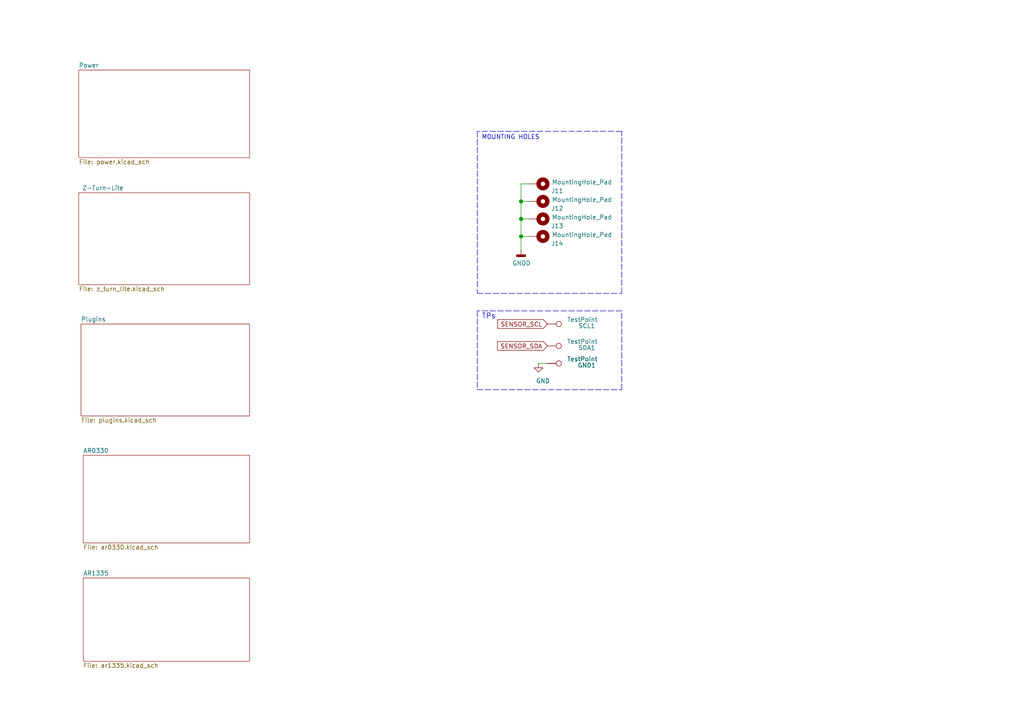
<source format=kicad_sch>
(kicad_sch (version 20201015) (generator eeschema)
  (paper "A4")
  (title_block (title "AXIOM micro main board") (date "2021-01-18") (rev "2.1") (company "Apertus"))
  (lib_symbols
    (symbol "Connector:TestPoint" (pin_numbers hide) (pin_names (offset 0.762) hide)
      (property "Reference" "TP" (at 0 6.858 0))
      (property "Value" "TestPoint" (at 0 5.08 0))
      (symbol "TestPoint_0_1"
        (circle (center 0 3.302) (radius 0.762))
      )
      (symbol "TestPoint_1_1"
        (pin passive line (at 0 0 90) (length 2.54) (name "1") (number "1"))
      )
    )
    (symbol "Mechanical:MountingHole_Pad" (pin_numbers hide) (pin_names (offset 1.016) hide)
      (property "Reference" "H" (at 0 6.35 0))
      (property "Value" "MountingHole_Pad" (at 0 4.445 0))
      (symbol "MountingHole_Pad_0_1"
        (circle (center 0 1.27) (radius 1.27) (stroke (width 1.27)))
      )
      (symbol "MountingHole_Pad_1_1"
        (pin input line (at 0 -2.54 90) (length 2.54) (name "1") (number "1"))
      )
    )
    (symbol "power:GND" (power) (pin_names (offset 0))
      (property "Value" "GND" (at 0 -3.81 0))
      (symbol "GND_0_1"
        (polyline (pts (xy 0 0) (xy 0 -1.27) (xy 1.27 -1.27) (xy 0 -2.54) (xy -1.27 -1.27) (xy 0 -1.27)))
      )
      (symbol "GND_1_1"
        (pin power_in line (at 0 0 270) (length 0) hide (name "GND") (number "1"))
      )
    )
    (symbol "power:GNDD" (power) (pin_names (offset 0))
      (property "Value" "GNDD" (at 0 -3.175 0))
      (symbol "GNDD_0_1"
        (rectangle (start -1.27 -1.524) (end 1.27 -2.032) (stroke (width 0.254)) (fill (type outline)))
        (polyline (pts (xy 0 0) (xy 0 -1.524)))
      )
      (symbol "GNDD_1_1"
        (pin power_in line (at 0 0 270) (length 0) hide (name "GNDD") (number "1"))
      )
    )
  )
  (junction (at 151.13 58.42) (diameter 1.016))
  (junction (at 151.13 63.5) (diameter 1.016))
  (junction (at 151.13 68.58) (diameter 1.016))
  (no_connect (at 59.69 -25.4))
  (wire (pts (xy 151.13 53.34) (xy 151.13 58.42)))
  (wire (pts (xy 151.13 53.34) (xy 153.67 53.34)))
  (wire (pts (xy 151.13 58.42) (xy 151.13 63.5)))
  (wire (pts (xy 151.13 58.42) (xy 153.67 58.42)))
  (wire (pts (xy 151.13 63.5) (xy 151.13 68.58)))
  (wire (pts (xy 151.13 63.5) (xy 153.67 63.5)))
  (wire (pts (xy 151.13 68.58) (xy 151.13 72.39)))
  (wire (pts (xy 151.13 68.58) (xy 153.67 68.58)))
  (wire (pts (xy 156.21 105.41) (xy 158.75 105.41)))
  (polyline (pts (xy 138.43 38.1) (xy 138.43 85.09)) (stroke (width 0) (type dash)))
  (polyline (pts (xy 138.43 85.09) (xy 180.34 85.09)) (stroke (width 0) (type dash)))
  (polyline (pts (xy 138.43 90.17) (xy 138.43 113.03)) (stroke (width 0) (type dash)))
  (polyline (pts (xy 138.43 113.03) (xy 180.34 113.03)) (stroke (width 0) (type dash)))
  (polyline (pts (xy 180.34 38.1) (xy 138.43 38.1)) (stroke (width 0) (type dash)))
  (polyline (pts (xy 180.34 85.09) (xy 180.34 38.1)) (stroke (width 0) (type dash)))
  (polyline (pts (xy 180.34 90.17) (xy 138.43 90.17)) (stroke (width 0) (type dash)))
  (polyline (pts (xy 180.34 113.03) (xy 180.34 90.17)) (stroke (width 0) (type dash)))
  (text "MOUNTING HOLES" (at 139.7 40.64 0) (effects (font (size 1.27 1.27)) (justify left bottom)))
  (text "TPs" (at 139.7 92.71 0) (effects (font (size 1.524 1.524)) (justify left bottom)))
  (text "Todo:\n- zynq has clock capable and not clock capable pins, we should respect that\n- jumpers for i2c on backside or completely leave them out\n- routing fpga for full shield?\n" (at 212.09 260.35 0) (effects (font (size 1.27 1.27)) (justify left bottom)))
  (global_label "SENSOR_SCL" (shape input) (at 158.75 93.98 180) (property "Intersheet References" "${INTERSHEET_REFS}" (effects hide)))
  (global_label "SENSOR_SDA" (shape input) (at 158.75 100.33 180) (property "Intersheet References" "${INTERSHEET_REFS}" (effects hide)))
  (symbol (lib_id "Connector:TestPoint") (at 158.75 93.98 270) (unit 1)
    (property "Reference" "SCL1" (at 170.18 95.25 90) (effects (justify bottom)))
    (property "Value" "TestPoint" (at 168.91 92.71 90))
    (property "Footprint" "Connectors_TestPoints:Test_Point_Pad_2.0x2.0mm" (effects hide))
  )
  (symbol (lib_id "Connector:TestPoint") (at 158.75 100.33 270) (unit 1)
    (property "Reference" "SDA1" (at 170.18 101.6 90) (effects (justify bottom)))
    (property "Value" "TestPoint" (at 168.91 99.06 90))
    (property "Footprint" "Connectors_TestPoints:Test_Point_Pad_2.0x2.0mm" (effects hide))
  )
  (symbol (lib_id "Connector:TestPoint") (at 158.75 105.41 270) (unit 1)
    (property "Reference" "GND1" (at 170.18 106.68 90) (effects (justify bottom)))
    (property "Value" "TestPoint" (at 168.91 104.14 90))
    (property "Footprint" "Connectors_TestPoints:Test_Point_Pad_2.0x2.0mm" (effects hide))
  )
  (symbol (lib_id "power:GNDD") (at 151.13 72.39 0) (unit 1)
    (property "Reference" "#PWR0127" (effects hide))
    (property "Value" "GNDD" (at 151.2316 76.327 0))
  )
  (symbol (lib_id "power:GND") (at 156.21 105.41 0) (unit 1)
    (property "Reference" "#PWR?" (effects hide))
    (property "Value" "GND" (at 157.48 110.49 0))
  )
  (symbol (lib_id "Mechanical:MountingHole_Pad") (at 156.21 53.34 270) (unit 1)
    (property "Reference" "J11" (at 159.8168 55.372 90) (effects (justify left)))
    (property "Value" "MountingHole_Pad" (at 160.0454 52.832 90) (effects (justify left)))
    (property "Footprint" "Mounting_Holes:MountingHole_3.2mm_M3_Pad" (effects hide))
  )
  (symbol (lib_id "Mechanical:MountingHole_Pad") (at 156.21 58.42 270) (unit 1)
    (property "Reference" "J12" (at 159.8168 60.452 90) (effects (justify left)))
    (property "Value" "MountingHole_Pad" (at 160.0454 57.912 90) (effects (justify left)))
    (property "Footprint" "Mounting_Holes:MountingHole_3.2mm_M3_Pad" (effects hide))
  )
  (symbol (lib_id "Mechanical:MountingHole_Pad") (at 156.21 63.5 270) (unit 1)
    (property "Reference" "J13" (at 159.8168 65.532 90) (effects (justify left)))
    (property "Value" "MountingHole_Pad" (at 160.0454 62.992 90) (effects (justify left)))
    (property "Footprint" "Mounting_Holes:MountingHole_3.2mm_M3_Pad" (effects hide))
  )
  (symbol (lib_id "Mechanical:MountingHole_Pad") (at 156.21 68.58 270) (unit 1)
    (property "Reference" "J14" (at 159.8168 70.612 90) (effects (justify left)))
    (property "Value" "MountingHole_Pad" (at 160.0454 68.072 90) (effects (justify left)))
    (property "Footprint" "Mounting_Holes:MountingHole_3.2mm_M3_Pad" (effects hide))
  )
  (sheet (at 22.86 55.88) (size 49.53 26.67) (stroke (width 0.001))
    (property "Sheet name" " Z-Turn-Lite" (at 22.86 55.2441 0) (effects (justify left bottom)))
    (property "Sheet file" "z_turn_lite.kicad_sch" (at 22.86 83.0589 0) (effects (justify left top)))
  )
  (sheet (at 24.13 132.08) (size 48.26 25.4) (stroke (width 0.001))
    (property "Sheet name" "AR0330" (at 24.13 131.4441 0) (effects (justify left bottom)))
    (property "Sheet file" "ar0330.kicad_sch" (at 24.13 157.9889 0) (effects (justify left top)))
  )
  (sheet (at 24.13 167.64) (size 48.26 24.13) (stroke (width 0.001))
    (property "Sheet name" "AR1335" (at 24.13 167.0041 0) (effects (justify left bottom)))
    (property "Sheet file" "ar1335.kicad_sch" (at 24.13 192.2789 0) (effects (justify left top)))
  )
  (sheet (at 23.495 93.98) (size 48.895 26.67) (stroke (width 0.001))
    (property "Sheet name" "Plugins" (at 23.495 93.3441 0) (effects (justify left bottom)))
    (property "Sheet file" "plugins.kicad_sch" (at 23.495 121.1589 0) (effects (justify left top)))
  )
  (sheet (at 22.86 20.32) (size 49.53 25.4) (stroke (width 0.001))
    (property "Sheet name" "Power" (at 22.86 19.6841 0) (effects (justify left bottom)))
    (property "Sheet file" "power.kicad_sch" (at 22.86 46.2289 0) (effects (justify left top)))
  )
)
</source>
